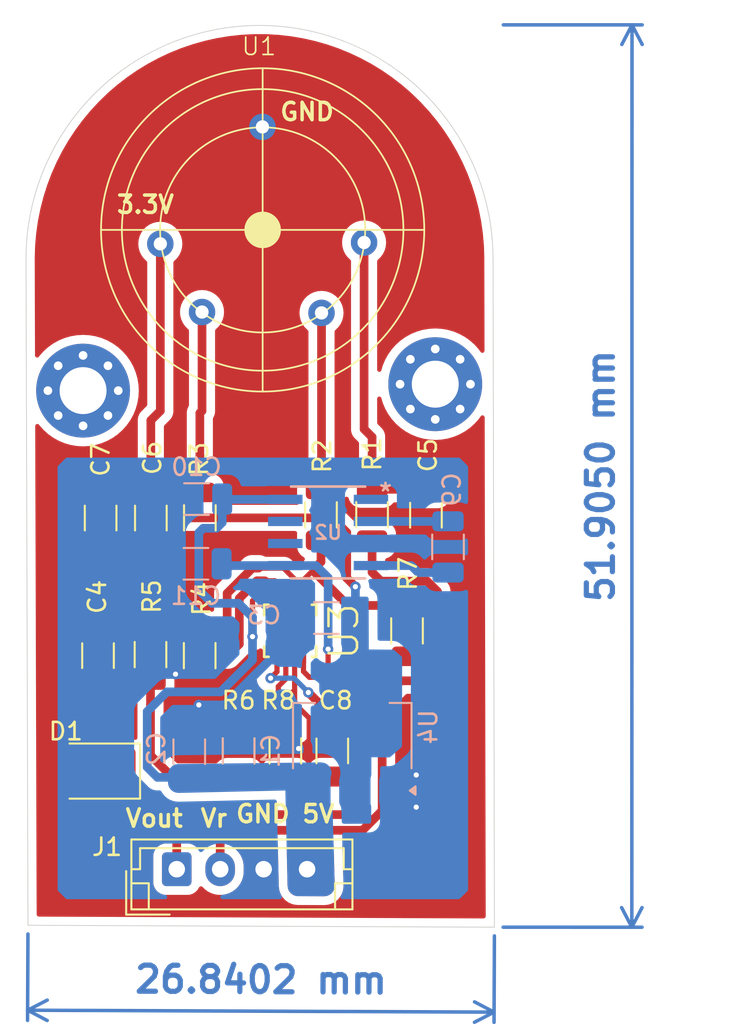
<source format=kicad_pcb>
(kicad_pcb (version 20240108) (generator "pcbnew") (generator_version "8.0")
  (title_block (title "infrared_pcb") (date "2025-01-10"))
  (layers (0 "F.Cu" signal) (31 "B.Cu" signal) (34 "B.Paste" user) (35 "F.Paste" user) (36 "B.SilkS" user "B.Silkscreen") (37 "F.SilkS" user "F.Silkscreen") (38 "B.Mask" user) (39 "F.Mask" user) (44 "Edge.Cuts" user))
  (net 0 "")
  (net 1 "GND")
  (net 2 "+5V")
  (net 3 "+3.3V")
  (net 4 "Net-(U3--IN_B)")
  (net 5 "Net-(U3-OUT_B)")
  (net 6 "Net-(U1-Vr)")
  (net 7 "Vout")
  (net 8 "Net-(C8-Pad1)")
  (net 9 "Net-(U2-CAP-)")
  (net 10 "Net-(U2-CAP+)")
  (net 11 "-5V")
  (net 12 "Vr")
  (net 13 "OUT1")
  (net 14 "Net-(U1-OUT1)")
  (net 15 "Net-(U1-For_R)")
  (net 16 "Net-(U3--IN_A)")
  (footprint "Connector_JST:JST_EH_B4B-EH-A_1x04_P2.50mm_Vertical" (layer "F.Cu") (at 98.55 136.2)
    (property "Reference" "J1" (at -4.01 -1.28 0) (layer "F.SilkS"))
    (property "Value" "Conn_01x04" (hide yes))
    (fp_line (start -2.91 0.11) (end -2.91 2.61) (stroke (width 0.12)) (layer "F.SilkS"))
    (fp_line (start -2.91 2.61) (end -0.41 2.61) (stroke (width 0.12)) (layer "F.SilkS"))
    (fp_line (start -2.61 -1.71) (end -2.61 2.31) (stroke (width 0.12)) (layer "F.SilkS"))
    (fp_line (start -2.61 0) (end -2.11 0) (stroke (width 0.12)) (layer "F.SilkS"))
    (fp_line (start -2.61 0.81) (end -1.61 0.81) (stroke (width 0.12)) (layer "F.SilkS"))
    (fp_line (start -2.61 2.31) (end 10.11 2.31) (stroke (width 0.12)) (layer "F.SilkS"))
    (fp_line (start -2.11 -1.21) (end 9.61 -1.21) (stroke (width 0.12)) (layer "F.SilkS"))
    (fp_line (start -2.11 0) (end -2.11 -1.21) (stroke (width 0.12)) (layer "F.SilkS"))
    (fp_line (start -1.61 0.81) (end -1.61 2.31) (stroke (width 0.12)) (layer "F.SilkS"))
    (fp_line (start 9.11 0.81) (end 9.11 2.31) (stroke (width 0.12)) (layer "F.SilkS"))
    (fp_line (start 9.61 -1.21) (end 9.61 0) (stroke (width 0.12)) (layer "F.SilkS"))
    (fp_line (start 9.61 0) (end 10.11 0) (stroke (width 0.12)) (layer "F.SilkS"))
    (fp_line (start 10.11 -1.71) (end -2.61 -1.71) (stroke (width 0.12)) (layer "F.SilkS"))
    (fp_line (start 10.11 0.81) (end 9.11 0.81) (stroke (width 0.12)) (layer "F.SilkS"))
    (fp_line (start 10.11 2.31) (end 10.11 -1.71) (stroke (width 0.12)) (layer "F.SilkS"))
    (pad "1" thru_hole roundrect (at 0 0) (size 1.7 1.95) (drill 0.95) (layers "*.Cu" "*.Mask") (roundrect_rratio 0.147059) (net 7 "Vout"))
    (pad "2" thru_hole oval (at 2.5 0) (size 1.7 1.95) (drill 0.95) (layers "*.Cu" "*.Mask") (net 12 "Vr"))
    (pad "3" thru_hole oval (at 5 0) (size 1.7 1.95) (drill 0.95) (layers "*.Cu" "*.Mask") (net 1 "GND"))
    (pad "4" thru_hole oval (at 7.5 0) (size 1.7 1.95) (drill 0.95) (layers "*.Cu" "*.Mask") (net 2 "+5V"))
  )
  (footprint "Capacitor_SMD:C_1206_3216Metric" (layer "F.Cu") (at 94.17 116 -90)
    (property "Reference" "C7" (at -3.36 0 90) (layer "F.SilkS"))
    (property "Value" "2.2nf")
    (fp_line (start -0.711252 0.91) (end 0.711252 0.91) (stroke (width 0.12)) (layer "F.SilkS"))
    (fp_line (start -0.711252 -0.91) (end 0.711252 -0.91) (stroke (width 0.12)) (layer "F.SilkS"))
    (pad "1" smd roundrect (at -1.475 0 270) (size 1.15 1.8) (layers "F.Cu" "F.Paste" "F.Mask") (roundrect_rratio 0.217391) (net 3 "+3.3V"))
    (pad "2" smd roundrect (at 1.475 0 270) (size 1.15 1.8) (layers "F.Cu" "F.Paste" "F.Mask") (roundrect_rratio 0.217391) (net 1 "GND"))
  )
  (footprint "Capacitor_SMD:C_1206_3216Metric" (layer "F.Cu") (at 107.5 129.395 90)
    (property "Reference" "C8" (at 2.903 0.196 0) (layer "F.SilkS"))
    (property "Value" "150pf")
    (fp_line (start -0.711252 -0.91) (end 0.711252 -0.91) (stroke (width 0.12)) (layer "F.SilkS"))
    (fp_line (start -0.711252 0.91) (end 0.711252 0.91) (stroke (width 0.12)) (layer "F.SilkS"))
    (pad "1" smd roundrect (at -1.475 0 90) (size 1.15 1.8) (layers "F.Cu" "F.Paste" "F.Mask") (roundrect_rratio 0.217391) (net 8 "Net-(C8-Pad1)"))
    (pad "2" smd roundrect (at 1.475 0 90) (size 1.15 1.8) (layers "F.Cu" "F.Paste" "F.Mask") (roundrect_rratio 0.217391) (net 7 "Vout"))
  )
  (footprint "Resistor_SMD:R_1206_3216Metric" (layer "F.Cu") (at 99.88 115.9875 90)
    (property "Reference" "R3" (at 3.38 -0.04 -90) (layer "F.SilkS"))
    (property "Value" "200ohm")
    (fp_line (start -0.727064 -0.91) (end 0.727064 -0.91) (stroke (width 0.12)) (layer "F.SilkS"))
    (fp_line (start -0.727064 0.91) (end 0.727064 0.91) (stroke (width 0.12)) (layer "F.SilkS"))
    (pad "1" smd roundrect (at -1.4625 0 90) (size 1.125 1.75) (layers "F.Cu" "F.Paste" "F.Mask") (roundrect_rratio 0.222222) (net 1 "GND"))
    (pad "2" smd roundrect (at 1.4625 0 90) (size 1.125 1.75) (layers "F.Cu" "F.Paste" "F.Mask") (roundrect_rratio 0.222222) (net 15 "Net-(U1-For_R)"))
  )
  (footprint "Resistor_SMD:R_1206_3216Metric" (layer "F.Cu") (at 97.04 123.855 90)
    (property "Reference" "R5" (at 3.34 0.08 -90) (layer "F.SilkS"))
    (property "Value" "1k")
    (fp_line (start -0.727064 -0.91) (end 0.727064 -0.91) (stroke (width 0.12)) (layer "F.SilkS"))
    (fp_line (start -0.727064 0.91) (end 0.727064 0.91) (stroke (width 0.12)) (layer "F.SilkS"))
    (pad "1" smd roundrect (at -1.4625 0 90) (size 1.125 1.75) (layers "F.Cu" "F.Paste" "F.Mask") (roundrect_rratio 0.222222) (net 5 "Net-(U3-OUT_B)"))
    (pad "2" smd roundrect (at 1.4625 0 90) (size 1.125 1.75) (layers "F.Cu" "F.Paste" "F.Mask") (roundrect_rratio 0.222222) (net 4 "Net-(U3--IN_B)"))
  )
  (footprint "Capacitor_SMD:C_1206_3216Metric" (layer "F.Cu") (at 94.02 123.915 90)
    (property "Reference" "C4" (at 3.38 -0.05 -90) (layer "F.SilkS"))
    (property "Value" "56pf")
    (fp_line (start -0.711252 -0.91) (end 0.711252 -0.91) (stroke (width 0.12)) (layer "F.SilkS"))
    (fp_line (start -0.711252 0.91) (end 0.711252 0.91) (stroke (width 0.12)) (layer "F.SilkS"))
    (pad "1" smd roundrect (at -1.475 0 90) (size 1.15 1.8) (layers "F.Cu" "F.Paste" "F.Mask") (roundrect_rratio 0.217391) (net 5 "Net-(U3-OUT_B)"))
    (pad "2" smd roundrect (at 1.475 0 90) (size 1.15 1.8) (layers "F.Cu" "F.Paste" "F.Mask") (roundrect_rratio 0.217391) (net 4 "Net-(U3--IN_B)"))
  )
  (footprint "Resistor_SMD:R_1206_3216Metric" (layer "F.Cu") (at 111.8 122.49 -90)
    (property "Reference" "R7" (at -3.29 -0.05 90) (layer "F.SilkS"))
    (property "Value" "1M")
    (fp_line (start -0.727064 0.91) (end 0.727064 0.91) (stroke (width 0.12)) (layer "F.SilkS"))
    (fp_line (start -0.727064 -0.91) (end 0.727064 -0.91) (stroke (width 0.12)) (layer "F.SilkS"))
    (pad "1" smd roundrect (at -1.4625 0 270) (size 1.125 1.75) (layers "F.Cu" "F.Paste" "F.Mask") (roundrect_rratio 0.222222) (net 13 "OUT1"))
    (pad "2" smd roundrect (at 1.4625 0 270) (size 1.125 1.75) (layers "F.Cu" "F.Paste" "F.Mask") (roundrect_rratio 0.222222) (net 7 "Vout"))
  )
  (footprint "Resistor_SMD:R_1206_3216Metric" (layer "F.Cu") (at 109.79 115.8075 90)
    (property "Reference" "R1" (at 3.485 0.01 -90) (layer "F.SilkS"))
    (property "Value" "1k")
    (fp_line (start -0.727064 -0.91) (end 0.727064 -0.91) (stroke (width 0.12)) (layer "F.SilkS"))
    (fp_line (start -0.727064 0.91) (end 0.727064 0.91) (stroke (width 0.12)) (layer "F.SilkS"))
    (pad "1" smd roundrect (at -1.4625 0 90) (size 1.125 1.75) (layers "F.Cu" "F.Paste" "F.Mask") (roundrect_rratio 0.222222) (net 12 "Vr"))
    (pad "2" smd roundrect (at 1.4625 0 90) (size 1.125 1.75) (layers "F.Cu" "F.Paste" "F.Mask") (roundrect_rratio 0.222222) (net 6 "Net-(U1-Vr)"))
  )
  (footprint "LTC6244HVHDDPBF:DFN300X300X80-9N" (layer "F.Cu") (at 105.08 122.485 90)
    (property "Reference" "U3" (at -0.04 3.09 -90) (layer "F.SilkS") (effects (font (size 1.64 1.64))))
    (property "Value" "LTC6244HVHDDPBF" (hide yes))
    (fp_line (start 1.4986 -1.4986) (end 0.889 -1.4986) (stroke (width 0.1524)) (layer "F.SilkS"))
    (fp_line (start -0.889 -1.4986) (end -1.4986 -1.4986) (stroke (width 0.1524)) (layer "F.SilkS"))
    (fp_line (start -1.4986 -1.4986) (end -1.4986 -1.2446) (stroke (width 0.1524)) (layer "F.SilkS"))
    (fp_line (start 1.4986 -1.2446) (end 1.4986 -1.4986) (stroke (width 0.1524)) (layer "F.SilkS"))
    (fp_line (start -1.4986 1.2446) (end -1.4986 1.4986) (stroke (width 0.1524)) (layer "F.SilkS"))
    (fp_line (start 1.4986 1.4986) (end 1.4986 1.2446) (stroke (width 0.1524)) (layer "F.SilkS"))
    (fp_line (start 0.889 1.4986) (end 1.4986 1.4986) (stroke (width 0.1524)) (layer "F.SilkS"))
    (fp_line (start -1.4986 1.4986) (end -0.889 1.4986) (stroke (width 0.1524)) (layer "F.SilkS"))
    (pad "1" smd rect (at -1.4732 -0.762 90) (size 0.7874 0.3048) (layers "F.Cu" "F.Paste" "F.Mask") (net 7 "Vout"))
    (pad "2" smd rect (at -1.4732 -0.254 90) (size 0.7874 0.3048) (layers "F.Cu" "F.Paste" "F.Mask") (net 16 "Net-(U3--IN_A)"))
    (pad "3" smd rect (at -1.4732 0.254 90) (size 0.7874 0.3048) (layers "F.Cu" "F.Paste" "F.Mask") (net 1 "GND"))
    (pad "4" smd rect (at -1.4732 0.762 90) (size 0.7874 0.3048) (layers "F.Cu" "F.Paste" "F.Mask") (net 11 "-5V"))
    (pad "5" smd rect (at 1.4732 0.762 90) (size 0.7874 0.3048) (layers "F.Cu" "F.Paste" "F.Mask") (net 13 "OUT1"))
    (pad "6" smd rect (at 1.4732 0.254 90) (size 0.7874 0.3048) (layers "F.Cu" "F.Paste" "F.Mask") (net 4 "Net-(U3--IN_B)"))
    (pad "7" smd rect (at 1.4732 -0.254 90) (size 0.7874 0.3048) (layers "F.Cu" "F.Paste" "F.Mask") (net 5 "Net-(U3-OUT_B)"))
    (pad "8" smd rect (at 1.4732 -0.762 90) (size 0.7874 0.3048) (layers "F.Cu" "F.Paste" "F.Mask") (net 2 "+5V"))
    (pad "9" smd rect (at 0 0 90) (size 1.5494 2.3876) (layers "F.Cu" "F.Paste" "F.Mask"))
  )
  (footprint "Capacitor_SMD:C_1206_3216Metric" (layer "F.Cu") (at 112.89 115.835 90)
    (property "Reference" "C5" (at 3.45 0.11 -90) (layer "F.SilkS"))
    (property "Value" "0.047uf")
    (fp_line (start -0.711252 -0.91) (end 0.711252 -0.91) (stroke (width 0.12)) (layer "F.SilkS"))
    (fp_line (start -0.711252 0.91) (end 0.711252 0.91) (stroke (width 0.12)) (layer "F.SilkS"))
    (pad "1" smd roundrect (at -1.475 0 90) (size 1.15 1.8) (layers "F.Cu" "F.Paste" "F.Mask") (roundrect_rratio 0.217391) (net 1 "GND"))
    (pad "2" smd roundrect (at 1.475 0 90) (size 1.15 1.8) (layers "F.Cu" "F.Paste" "F.Mask") (roundrect_rratio 0.217391) (net 6 "Net-(U1-Vr)"))
  )
  (footprint "Resistor_SMD:R_1206_3216Metric" (layer "F.Cu") (at 99.87 123.915 -90)
    (property "Reference" "R4" (at -3.27 -0.12 90) (layer "F.SilkS"))
    (property "Value" "499ohm")
    (fp_line (start -0.727064 0.91) (end 0.727064 0.91) (stroke (width 0.12)) (layer "F.SilkS"))
    (fp_line (start -0.727064 -0.91) (end 0.727064 -0.91) (stroke (width 0.12)) (layer "F.SilkS"))
    (pad "1" smd roundrect (at -1.4625 0 270) (size 1.125 1.75) (layers "F.Cu" "F.Paste" "F.Mask") (roundrect_rratio 0.222222) (net 4 "Net-(U3--IN_B)"))
    (pad "2" smd roundrect (at 1.4625 0 270) (size 1.125 1.75) (layers "F.Cu" "F.Paste" "F.Mask") (roundrect_rratio 0.222222) (net 1 "GND"))
  )
  (footprint "MountingHole:MountingHole_2.7mm_M2.5_Pad_Via" (layer "F.Cu") (at 93.16 108.67)
    (property "Reference" "H1" (hide yes))
    (property "Value" "MountingHole" (hide yes))
    (pad "1" thru_hole circle (at -2.025 0) (size 0.8 0.8) (drill 0.5) (layers "*.Cu" "*.Mask"))
    (pad "1" thru_hole circle (at -1.431891 -1.431891) (size 0.8 0.8) (drill 0.5) (layers "*.Cu" "*.Mask"))
    (pad "1" thru_hole circle (at -1.431891 1.431891) (size 0.8 0.8) (drill 0.5) (layers "*.Cu" "*.Mask"))
    (pad "1" thru_hole circle (at 0 -2.025) (size 0.8 0.8) (drill 0.5) (layers "*.Cu" "*.Mask"))
    (pad "1" thru_hole circle (at 0 0) (size 5.4 5.4) (drill 2.7) (layers "*.Cu" "*.Mask"))
    (pad "1" thru_hole circle (at 0 2.025) (size 0.8 0.8) (drill 0.5) (layers "*.Cu" "*.Mask"))
    (pad "1" thru_hole circle (at 1.431891 -1.431891) (size 0.8 0.8) (drill 0.5) (layers "*.Cu" "*.Mask"))
    (pad "1" thru_hole circle (at 1.431891 1.431891) (size 0.8 0.8) (drill 0.5) (layers "*.Cu" "*.Mask"))
    (pad "1" thru_hole circle (at 2.025 0) (size 0.8 0.8) (drill 0.5) (layers "*.Cu" "*.Mask"))
  )
  (footprint "Diode_SMD:D_1210_3225Metric_Pad1.42x2.65mm_HandSolder" (layer "F.Cu") (at 93.98 130.556 180)
    (property "Reference" "D1" (at 1.8145 2.286 180) (layer "F.SilkS"))
    (property "Value" "D_TVS")
    (fp_line (start 1.6 -1.585) (end -2.46 -1.585) (stroke (width 0.12)) (layer "F.SilkS"))
    (fp_line (start -2.46 1.585) (end 1.6 1.585) (stroke (width 0.12)) (layer "F.SilkS"))
    (fp_line (start -2.46 -1.585) (end -2.46 1.585) (stroke (width 0.12)) (layer "F.SilkS"))
    (pad "1" smd roundrect (at -1.4875 0 180) (size 1.425 2.65) (layers "F.Cu" "F.Paste" "F.Mask") (roundrect_rratio 0.175439) (net 7 "Vout"))
    (pad "2" smd roundrect (at 1.4875 0 180) (size 1.425 2.65) (layers "F.Cu" "F.Paste" "F.Mask") (roundrect_rratio 0.175439) (net 1 "GND"))
  )
  (footprint "Capacitor_SMD:C_1206_3216Metric" (layer "F.Cu") (at 97.06 116 -90)
    (property "Reference" "C6" (at -3.46 -0.09 90) (layer "F.SilkS"))
    (property "Value" "0.1uf")
    (fp_line (start -0.711252 0.91) (end 0.711252 0.91) (stroke (width 0.12)) (layer "F.SilkS"))
    (fp_line (start -0.711252 -0.91) (end 0.711252 -0.91) (stroke (width 0.12)) (layer "F.SilkS"))
    (pad "1" smd roundrect (at -1.475 0 270) (size 1.15 1.8) (layers "F.Cu" "F.Paste" "F.Mask") (roundrect_rratio 0.217391) (net 3 "+3.3V"))
    (pad "2" smd roundrect (at 1.475 0 270) (size 1.15 1.8) (layers "F.Cu" "F.Paste" "F.Mask") (roundrect_rratio 0.217391) (net 1 "GND"))
  )
  (footprint "Resistor_SMD:R_1206_3216Metric" (layer "F.Cu") (at 102.11 129.3975 90)
    (property "Reference" "R6" (at 2.9055 -0.002 0) (layer "F.SilkS"))
    (property "Value" "1k")
    (fp_line (start -0.727064 -0.91) (end 0.727064 -0.91) (stroke (width 0.12)) (layer "F.SilkS"))
    (fp_line (start -0.727064 0.91) (end 0.727064 0.91) (stroke (width 0.12)) (layer "F.SilkS"))
    (pad "1" smd roundrect (at -1.4625 0 90) (size 1.125 1.75) (layers "F.Cu" "F.Paste" "F.Mask") (roundrect_rratio 0.222222) (net 5 "Net-(U3-OUT_B)"))
    (pad "2" smd roundrect (at 1.4625 0 90) (size 1.125 1.75) (layers "F.Cu" "F.Paste" "F.Mask") (roundrect_rratio 0.222222) (net 16 "Net-(U3--IN_A)"))
  )
  (footprint "infrared:infrared_by_AG" (layer "F.Cu") (at 103.28 89.375)
    (property "Reference" "U1" (at 0 -0.5 0) (layer "F.SilkS") (effects (font (thickness 0.1))))
    (property "Value" "infrared")
    (fp_line (start -9.086654 10.05) (end 9.513346 10.05) (stroke (width 0.1)) (layer "F.SilkS"))
    (fp_line (start 0.213346 0.75) (end 0.213346 19.35) (stroke (width 0.1)) (layer "F.SilkS"))
    (fp_circle (center 0.213346 10.05) (end 1.213346 10.05) (stroke (width 0.1)) (fill solid) (layer "F.SilkS"))
    (fp_circle (center 0.213346 10.05) (end 6.113346 10.05) (stroke (width 0.1)) (fill none) (layer "F.SilkS"))
    (fp_circle (center 0.213346 10.05) (end 8.313346 10.05) (stroke (width 0.1)) (fill none) (layer "F.SilkS"))
    (fp_circle (center 0.213346 10.05) (end 9.513346 10.05) (stroke (width 0.1)) (fill none) (layer "F.SilkS"))
    (pad "1" thru_hole circle (at 6.05 10.775) (size 1.524 1.524) (drill 0.762) (layers "*.Cu" "*.Mask") (net 6 "Net-(U1-Vr)"))
    (pad "2" thru_hole circle (at 3.6 14.825) (size 1.524 1.524) (drill 0.762) (layers "*.Cu" "*.Mask") (net 14 "Net-(U1-OUT1)"))
    (pad "3" thru_hole circle (at -3.275 14.775) (size 1.524 1.524) (drill 0.762) (layers "*.Cu" "*.Mask") (net 15 "Net-(U1-For_R)"))
    (pad "4" thru_hole circle (at -5.675 10.85) (size 1.524 1.524) (drill 0.762) (layers "*.Cu" "*.Mask") (net 3 "+3.3V"))
    (pad "5" thru_hole circle (at 0.2 4.125) (size 1.524 1.524) (drill 0.762) (layers "*.Cu" "*.Mask") (net 1 "GND"))
  )
  (footprint "MountingHole:MountingHole_2.7mm_M2.5_Pad_Via" (layer "F.Cu") (at 113.425 108.3)
    (property "Reference" "H2" (hide yes))
    (property "Value" "MountingHole" (hide yes))
    (pad "1" thru_hole circle (at -2.025 0) (size 0.8 0.8) (drill 0.5) (layers "*.Cu" "*.Mask"))
    (pad "1" thru_hole circle (at -1.431891 -1.431891) (size 0.8 0.8) (drill 0.5) (layers "*.Cu" "*.Mask"))
    (pad "1" thru_hole circle (at -1.431891 1.431891) (size 0.8 0.8) (drill 0.5) (layers "*.Cu" "*.Mask"))
    (pad "1" thru_hole circle (at 0 -2.025) (size 0.8 0.8) (drill 0.5) (layers "*.Cu" "*.Mask"))
    (pad "1" thru_hole circle (at 0 0) (size 5.4 5.4) (drill 2.7) (layers "*.Cu" "*.Mask"))
    (pad "1" thru_hole circle (at 0 2.025) (size 0.8 0.8) (drill 0.5) (layers "*.Cu" "*.Mask"))
    (pad "1" thru_hole circle (at 1.431891 -1.431891) (size 0.8 0.8) (drill 0.5) (layers "*.Cu" "*.Mask"))
    (pad "1" thru_hole circle (at 1.431891 1.431891) (size 0.8 0.8) (drill 0.5) (layers "*.Cu" "*.Mask"))
    (pad "1" thru_hole circle (at 2.025 0) (size 0.8 0.8) (drill 0.5) (layers "*.Cu" "*.Mask"))
  )
  (footprint "Resistor_SMD:R_1206_3216Metric" (layer "F.Cu") (at 106.85 115.8175 90)
    (property "Reference" "R2" (at 3.38 0.07 -90) (layer "F.SilkS"))
    (property "Value" "200ohm")
    (fp_line (start -0.727064 -0.91) (end 0.727064 -0.91) (stroke (width 0.12)) (layer "F.SilkS"))
    (fp_line (start -0.727064 0.91) (end 0.727064 0.91) (stroke (width 0.12)) (layer "F.SilkS"))
    (pad "1" smd roundrect (at -1.4625 0 90) (size 1.125 1.75) (layers "F.Cu" "F.Paste" "F.Mask") (roundrect_rratio 0.222222) (net 13 "OUT1"))
    (pad "2" smd roundrect (at 1.4625 0 90) (size 1.125 1.75) (layers "F.Cu" "F.Paste" "F.Mask") (roundrect_rratio 0.222222) (net 14 "Net-(U1-OUT1)"))
  )
  (footprint "Resistor_SMD:R_1206_3216Metric" (layer "F.Cu") (at 104.8 129.3925 -90)
    (property "Reference" "R8" (at -2.9005 0.406 180) (layer "F.SilkS"))
    (property "Value" "6.98k" (hide yes))
    (fp_line (start -0.727064 0.91) (end 0.727064 0.91) (stroke (width 0.12)) (layer "F.SilkS"))
    (fp_line (start -0.727064 -0.91) (end 0.727064 -0.91) (stroke (width 0.12)) (layer "F.SilkS"))
    (pad "1" smd roundrect (at -1.4625 0 270) (size 1.125 1.75) (layers "F.Cu" "F.Paste" "F.Mask") (roundrect_rratio 0.222222) (net 16 "Net-(U3--IN_A)"))
    (pad "2" smd roundrect (at 1.4625 0 270) (size 1.125 1.75) (layers "F.Cu" "F.Paste" "F.Mask") (roundrect_rratio 0.222222) (net 8 "Net-(C8-Pad1)"))
  )
  (footprint "LT1054IS8:SO-8_S" (layer "B.Cu") (at 107.26 116.83 180)
    (property "Reference" "U2" (at 0 0 180) (layer "B.SilkS") (effects (font (size 0.787402 0.787402)) (justify mirror)))
    (property "Value" "LT1054IS8")
    (fp_line (start 2.1336 -2.6416) (end -2.1336 -2.6416) (stroke (width 0.1524)) (layer "B.SilkS"))
    (fp_line (start -2.1336 2.6416) (end 2.1336 2.6416) (stroke (width 0.1524)) (layer "B.SilkS"))
    (fp_text user "*" (at -3.302 2.3114 180) (layer "B.SilkS") (effects (justify mirror)))
    (pad "1" smd rect (at -2.4638 1.905 180) (size 1.9812 0.5334) (layers "B.Cu" "B.Paste" "B.Mask"))
    (pad "2" smd rect (at -2.4638 0.635 180) (size 1.9812 0.5334) (layers "B.Cu" "B.Paste" "B.Mask") (net 10 "Net-(U2-CAP+)"))
    (pad "3" smd rect (at -2.4638 -0.635 180) (size 1.9812 0.5334) (layers "B.Cu" "B.Paste" "B.Mask") (net 1 "GND"))
    (pad "4" smd rect (at -2.4638 -1.905 180) (size 1.9812 0.5334) (layers "B.Cu" "B.Paste" "B.Mask") (net 9 "Net-(U2-CAP-)"))
    (pad "5" smd rect (at 2.4638 -1.905 180) (size 1.9812 0.5334) (layers "B.Cu" "B.Paste" "B.Mask") (net 11 "-5V"))
    (pad "6" smd rect (at 2.4638 -0.635 180) (size 1.9812 0.5334) (layers "B.Cu" "B.Paste" "B.Mask"))
    (pad "7" smd rect (at 2.4638 0.635 180) (size 1.9812 0.5334) (layers "B.Cu" "B.Paste" "B.Mask"))
    (pad "8" smd rect (at 2.4638 1.905 180) (size 1.9812 0.5334) (layers "B.Cu" "B.Paste" "B.Mask") (net 2 "+5V"))
  )
  (footprint "Capacitor_SMD:C_1206_3216Metric" (layer "B.Cu") (at 99.27 129.44 90)
    (property "Reference" "C2" (at 0.16 -1.89 -90) (layer "B.SilkS") (effects (justify mirror)))
    (property "Value" "1uf")
    (fp_line (start 0.711252 -0.91) (end -0.711252 -0.91) (stroke (width 0.12)) (layer "B.SilkS"))
    (fp_line (start 0.711252 0.91) (end -0.711252 0.91) (stroke (width 0.12)) (layer "B.SilkS"))
    (pad "1" smd roundrect (at -1.475 0 90) (size 1.15 1.8) (layers "B.Cu" "B.Paste" "B.Mask") (roundrect_rratio 0.217391) (net 2 "+5V"))
    (pad "2" smd roundrect (at 1.475 0 90) (size 1.15 1.8) (layers "B.Cu" "B.Paste" "B.Mask") (roundrect_rratio 0.217391) (net 1 "GND"))
  )
  (footprint "Capacitor_SMD:C_1206_3216Metric" (layer "B.Cu") (at 99.655 118.63)
    (property "Reference" "C11" (at 0 1.85 0) (layer "B.SilkS") (effects (justify mirror)))
    (property "Value" "100uf")
    (fp_line (start 0.711252 -0.91) (end -0.711252 -0.91) (stroke (width 0.12)) (layer "B.SilkS"))
    (fp_line (start 0.711252 0.91) (end -0.711252 0.91) (stroke (width 0.12)) (layer "B.SilkS"))
    (pad "1" smd roundrect (at -1.475 0) (size 1.15 1.8) (layers "B.Cu" "B.Paste" "B.Mask") (roundrect_rratio 0.217391) (net 1 "GND"))
    (pad "2" smd roundrect (at 1.475 0) (size 1.15 1.8) (layers "B.Cu" "B.Paste" "B.Mask") (roundrect_rratio 0.217391) (net 11 "-5V"))
  )
  (footprint "Capacitor_SMD:C_1206_3216Metric" (layer "B.Cu") (at 102.11 129.3975 90)
    (property "Reference" "C1" (at 0 1.85 -90) (layer "B.SilkS") (effects (justify mirror)))
    (property "Value" "100nf")
    (fp_line (start 0.711252 -0.91) (end -0.711252 -0.91) (stroke (width 0.12)) (layer "B.SilkS"))
    (fp_line (start 0.711252 0.91) (end -0.711252 0.91) (stroke (width 0.12)) (layer "B.SilkS"))
    (pad "1" smd roundrect (at -1.475 0 90) (size 1.15 1.8) (layers "B.Cu" "B.Paste" "B.Mask") (roundrect_rratio 0.217391) (net 2 "+5V"))
    (pad "2" smd roundrect (at 1.475 0 90) (size 1.15 1.8) (layers "B.Cu" "B.Paste" "B.Mask") (roundrect_rratio 0.217391) (net 1 "GND"))
  )
  (footprint "Capacitor_SMD:C_1206_3216Metric" (layer "B.Cu") (at 114.16 117.66 -90)
    (property "Reference" "C9" (at -3.3 -0.22 90) (layer "B.SilkS") (effects (justify mirror)))
    (property "Value" "100uf")
    (fp_line (start 0.711252 0.91) (end -0.711252 0.91) (stroke (width 0.12)) (layer "B.SilkS"))
    (fp_line (start 0.711252 -0.91) (end -0.711252 -0.91) (stroke (width 0.12)) (layer "B.SilkS"))
    (pad "1" smd roundrect (at -1.475 0 270) (size 1.15 1.8) (layers "B.Cu" "B.Paste" "B.Mask") (roundrect_rratio 0.217391) (net 10 "Net-(U2-CAP+)"))
    (pad "2" smd roundrect (at 1.475 0 270) (size 1.15 1.8) (layers "B.Cu" "B.Paste" "B.Mask") (roundrect_rratio 0.217391) (net 9 "Net-(U2-CAP-)"))
  )
  (footprint "Capacitor_SMD:C_1206_3216Metric" (layer "B.Cu") (at 99.69 114.91 180)
    (property "Reference" "C10" (at 0 1.85 180) (layer "B.SilkS") (effects (justify mirror)))
    (property "Value" "2uf")
    (fp_line (start 0.711252 0.91) (end -0.711252 0.91) (stroke (width 0.12)) (layer "B.SilkS"))
    (fp_line (start 0.711252 -0.91) (end -0.711252 -0.91) (stroke (width 0.12)) (layer "B.SilkS"))
    (pad "1" smd roundrect (at -1.475 0 180) (size 1.15 1.8) (layers "B.Cu" "B.Paste" "B.Mask") (roundrect_rratio 0.217391) (net 2 "+5V"))
    (pad "2" smd roundrect (at 1.475 0 180) (size 1.15 1.8) (layers "B.Cu" "B.Paste" "B.Mask") (roundrect_rratio 0.217391) (net 1 "GND"))
  )
  (footprint "Capacitor_SMD:C_1206_3216Metric" (layer "B.Cu") (at 107.16 121.75 180)
    (property "Reference" "C3" (at 3.5786 0.154 180) (layer "B.SilkS") (effects (justify mirror)))
    (property "Value" "1uf")
    (fp_line (start 0.711252 0.91) (end -0.711252 0.91) (stroke (width 0.12)) (layer "B.SilkS"))
    (fp_line (start 0.711252 -0.91) (end -0.711252 -0.91) (stroke (width 0.12)) (layer "B.SilkS"))
    (pad "1" smd roundrect (at -1.475 0 180) (size 1.15 1.8) (layers "B.Cu" "B.Paste" "B.Mask") (roundrect_rratio 0.217391) (net 3 "+3.3V"))
    (pad "2" smd roundrect (at 1.475 0 180) (size 1.15 1.8) (layers "B.Cu" "B.Paste" "B.Mask") (roundrect_rratio 0.217391) (net 1 "GND"))
  )
  (footprint "Package_TO_SOT_SMD:SOT-223-3_TabPin2" (layer "B.Cu") (at 108.65 128.545 90)
    (property "Reference" "U4" (at 0.529 4.38 -90) (layer "B.SilkS") (effects (justify mirror)))
    (property "Value" "AMS1117-3.3" (hide yes))
    (fp_line (start 1.91 -3.41) (end -1.85 -3.41) (stroke (width 0.12)) (layer "B.SilkS"))
    (fp_line (start 1.91 -2.15) (end 1.91 -3.41) (stroke (width 0.12)) (layer "B.SilkS"))
    (fp_line (start 1.91 2.15) (end 1.91 3.41) (stroke (width 0.12)) (layer "B.SilkS"))
    (fp_line (start 1.91 3.41) (end -1.85 3.41) (stroke (width 0.12)) (layer "B.SilkS"))
    (fp_poly (pts (xy -3.13 3.31) (xy -3.37 3.64) (xy -2.89 3.64) (xy -3.13 3.31)) (stroke (width 0.12)) (fill solid) (layer "B.SilkS"))
    (pad "1" smd roundrect (at -3.15 2.3 90) (size 2 1.5) (layers "B.Cu" "B.Paste" "B.Mask") (net 1 "GND"))
    (pad "2" smd roundrect (at -3.15 0 90) (size 2 1.5) (layers "B.Cu" "B.Paste" "B.Mask") (net 3 "+3.3V"))
    (pad "2" smd roundrect (at 3.15 0 90) (size 2 3.8) (layers "B.Cu" "B.Paste" "B.Mask") (net 3 "+3.3V"))
    (pad "3" smd roundrect (at -3.15 -2.3 90) (size 2 1.5) (layers "B.Cu" "B.Paste" "B.Mask") (net 2 "+5V"))
  )
  (gr_line (start 89.99 139.425) (end 116.83 139.535) (stroke (width 0.05)) (layer "Edge.Cuts"))
  (gr_arc (start 89.876809 101.016483) (mid 103.325105 87.658239) (end 116.749999 101.04) (stroke (width 0.05)) (layer "Edge.Cuts"))
  (gr_line (start 89.876809 101.016483) (end 89.99 139.425) (stroke (width 0.05)) (layer "Edge.Cuts"))
  (gr_line (start 116.83 139.535) (end 116.749999 101.04) (stroke (width 0.05)) (layer "Edge.Cuts"))
  (gr_text "Vr" (at 99.822 133.858 0) (layer "F.SilkS") (effects (font (size 1 1) (thickness 0.2) (bold yes)) (justify left bottom)))
  (gr_text "GND" (at 104.394 93.218 0) (layer "F.SilkS") (effects (font (size 1 1) (thickness 0.2) (bold yes)) (justify left bottom)))
  (gr_text "Vout" (at 95.504 133.858 0) (layer "F.SilkS") (effects (font (size 1 1) (thickness 0.2) (bold yes)) (justify left bottom)))
  (gr_text "5V" (at 105.664 133.604 0) (layer "F.SilkS") (effects (font (size 1 1) (thickness 0.2) (bold yes)) (justify left bottom)))
  (gr_text "GND" (at 101.854 133.604 0) (layer "F.SilkS") (effects (font (size 1 1) (thickness 0.2) (bold yes)) (justify left bottom)))
  (gr_text "3.3V" (at 94.996 98.552 0) (layer "F.SilkS") (effects (font (size 1 1) (thickness 0.2) (bold yes)) (justify left bottom)))
  (dimension (type aligned) (layer "B.Cu") (pts (xy 116.83 139.535) (xy 116.84 87.63)) (height 7.906589) (gr_text "51.9050 mm" (at 122.941589 113.583676 89.98896141) (layer "B.Cu") (effects (font (size 1.5 1.5) (thickness 0.3)))) (format (prefix "") (suffix "") (units 3) (units_format 1) (precision 4)) (style (thickness 0.2) (arrow_length 1.27) (text_position_mode 0) (extension_height 0.58642) (extension_offset 0.5) keep_text_aligned))
  (dimension (type aligned) (layer "B.Cu") (pts (xy 89.99 139.425) (xy 116.83 139.535)) (height 4.885982) (gr_text "26.8402 mm" (at 103.397353 142.565956 359.7651825) (layer "B.Cu") (effects (font (size 1.5 1.5) (thickness 0.3)))) (format (prefix "") (suffix "") (units 3) (units_format 1) (precision 4)) (style (thickness 0.2) (arrow_length 1.27) (text_position_mode 0) (extension_height 0.58642) (extension_offset 0.5) keep_text_aligned))
  (segment (start 105.56 129.26) (end 105.534 129.286) (width 0.3) (layer "F.Cu") (net 1))
  (segment (start 105.918 129.286) (end 105.586 129.286) (width 0.3) (layer "F.Cu") (net 1))
  (segment (start 105.586 129.286) (end 105.56 129.26) (width 0.3) (layer "F.Cu") (net 1))
  (segment (start 105.534 129.286) (end 100.33 129.286) (width 0.3) (layer "F.Cu") (net 1))
  (segment (start 100.33 129.286) (end 100.076 129.032) (width 0.3) (layer "F.Cu") (net 1))
  (segment (start 99.87 126.702) (end 99.822 126.75) (width 0.5) (layer "F.Cu") (net 1))
  (segment (start 99.4725 124.98) (end 99.87 125.3775) (width 0.5) (layer "F.Cu") (net 1))
  (segment (start 100.076 129.032) (end 100.076 127.004) (width 0.3) (layer "F.Cu") (net 1))
  (segment (start 105.334 123.9582) (end 105.334 126.671044) (width 0.3) (layer "F.Cu") (net 1))
  (segment (start 99.87 125.3775) (end 99.87 126.702) (width 0.5) (layer "F.Cu") (net 1))
  (segment (start 100.076 127.004) (end 99.822 126.75) (width 0.3) (layer "F.Cu") (net 1))
  (segment (start 98.48 124.98) (end 99.4725 124.98) (width 0.5) (layer "F.Cu") (net 1))
  (segment (start 106.172 127.509044) (end 106.172 129.032) (width 0.3) (layer "F.Cu") (net 1))
  (segment (start 105.334 126.671044) (end 106.172 127.509044) (width 0.3) (layer "F.Cu") (net 1))
  (segment (start 106.172 129.032) (end 105.918 129.286) (width 0.3) (layer "F.Cu") (net 1))
  (via (at 98.48 124.98) (size 0.6) (drill 0.3) (layers "F.Cu" "B.Cu") (net 1))
  (via (at 99.822 126.75) (size 0.6) (drill 0.3) (layers "F.Cu" "B.Cu") (net 1))
  (via (at 112.33 130.78) (size 0.6) (drill 0.3) (layers "F.Cu" "B.Cu") (net 1))
  (via (at 112.33 132.63) (size 0.6) (drill 0.3) (layers "F.Cu" "B.Cu") (net 1))
  (via (at 105.56 129.26) (size 0.6) (drill 0.3) (layers "F.Cu" "B.Cu") (net 1))
  (segment (start 110.95 131.695) (end 112.005 131.695) (width 0.5) (layer "B.Cu") (net 1))
  (segment (start 101.31595 126.75) (end 99.822 126.75) (width 0.5) (layer "B.Cu") (net 1))
  (segment (start 104.14 122.38095) (end 104.14 123.92595) (width 0.5) (layer "B.Cu") (net 1))
  (segment (start 104.14 123.92595) (end 101.31595 126.75) (width 0.5) (layer "B.Cu") (net 1))
  (segment (start 112.005 131.695) (end 112.33 131.37) (width 0.5) (layer "B.Cu") (net 1))
  (segment (start 112.33 131.37) (end 112.33 130.78) (width 0.5) (layer "B.Cu") (net 1))
  (segment (start 104.77095 121.75) (end 104.14 122.38095) (width 0.5) (layer "B.Cu") (net 1))
  (segment (start 105.685 121.75) (end 104.77095 121.75) (width 0.5) (layer "B.Cu") (net 1))
  (segment (start 104.116447 120.233553) (end 104.112894 120.23) (width 0.3) (layer "F.Cu") (net 2))
  (segment (start 102.91 120.76) (end 102.91 122.82) (width 0.3) (layer "F.Cu") (net 2))
  (segment (start 103.24 120.43) (end 102.91 120.76) (width 0.3) (layer "F.Cu") (net 2))
  (segment (start 104.112894 120.23) (end 103.66 120.23) (width 0.3) (layer "F.Cu") (net 2))
  (segment (start 103.66 120.23) (end 103.44 120.23) (width 0.3) (layer "F.Cu") (net 2))
  (segment (start 103.44 120.23) (end 103.24 120.43) (width 0.3) (layer "F.Cu") (net 2))
  (segment (start 104.318 120.435106) (end 104.116447 120.233553) (width 0.3) (layer "F.Cu") (net 2))
  (segment (start 104.318 121.0118) (end 104.318 120.435106) (width 0.3) (layer "F.Cu") (net 2))
  (via (at 102.91 122.82) (size 0.6) (drill 0.3) (layers "F.Cu" "B.Cu") (net 2))
  (segment (start 102.108 120.904) (end 102.91 121.706) (width 0.5) (layer "B.Cu") (net 2))
  (segment (start 97.98 126) (end 101.076 126) (width 0.5) (layer "B.Cu") (net 2))
  (segment (start 101.165 116.259) (end 100.838 116.586) (width 0.5) (layer "B.Cu") (net 2))
  (segment (start 100.584 120.904) (end 102.108 120.904) (width 0.5) (layer "B.Cu") (net 2))
  (segment (start 100.076 116.586) (end 99.822 116.84) (width 0.5) (layer "B.Cu") (net 2))
  (segment (start 105.57 130.915) (end 106.35 131.695) (width 0.5) (layer "B.Cu") (net 2))
  (segment (start 102.91 124.166) (end 102.91 122.82) (width 0.5) (layer "B.Cu") (net 2))
  (segment (start 99.27 130.915) (end 105.57 130.915) (width 0.5) (layer "B.Cu") (net 2))
  (segment (start 99.27 130.915) (end 97.435 130.915) (width 0.5) (layer "B.Cu") (net 2))
  (segment (start 100.838 116.586) (end 100.076 116.586) (width 0.5) (layer "B.Cu") (net 2))
  (segment (start 99.822 120.142) (end 100.584 120.904) (width 0.5) (layer "B.Cu") (net 2))
  (segment (start 104.7962 114.925) (end 101.18 114.925) (width 0.5) (layer "B.Cu") (net 2))
  (segment (start 101.076 126) (end 102.91 124.166) (width 0.5) (layer "B.Cu") (net 2))
  (segment (start 96.85 130.33) (end 96.85 127.13) (width 0.5) (layer "B.Cu") (net 2))
  (segment (start 99.822 116.84) (end 99.822 120.142) (width 0.5) (layer "B.Cu") (net 2))
  (segment (start 97.435 130.915) (end 96.85 130.33) (width 0.5) (layer "B.Cu") (net 2))
  (segment (start 101.18 114.925) (end 101.165 114.91) (width 0.5) (layer "B.Cu") (net 2))
  (segment (start 101.165 114.91) (end 101.165 116.259) (width 0.5) (layer "B.Cu") (net 2))
  (segment (start 96.85 127.13) (end 97.98 126) (width 0.5) (layer "B.Cu") (net 2))
  (segment (start 102.91 121.706) (end 102.91 122.82) (width 0.5) (layer "B.Cu") (net 2))
  (segment (start 97.605 100.225) (end 97.605 109.835) (width 0.5) (layer "F.Cu") (net 3))
  (segment (start 98.525 115.99) (end 97.06 114.525) (width 0.5) (layer "F.Cu") (net 3))
  (segment (start 107.494378 115.99) (end 98.525 115.99) (width 0.5) (layer "F.Cu") (net 3))
  (segment (start 97.605 109.835) (end 97.06 110.38) (width 0.5) (layer "F.Cu") (net 3))
  (segment (start 108.83 119.95) (end 108.33 119.45) (width 0.5) (layer "F.Cu") (net 3))
  (segment (start 108.33 116.825622) (end 107.494378 115.99) (width 0.5) (layer "F.Cu") (net 3))
  (segment (start 97.06 110.38) (end 97.06 114.525) (width 0.5) (layer "F.Cu") (net 3))
  (segment (start 97.06 114.525) (end 94.17 114.525) (width 0.5) (layer "F.Cu") (net 3))
  (segment (start 108.33 119.45) (end 108.33 116.825622) (width 0.5) (layer "F.Cu") (net 3))
  (via (at 108.83 119.95) (size 0.6) (drill 0.3) (layers "F.Cu" "B.Cu") (net 3))
  (segment (start 108.83 119.95) (end 108.83 121.555) (width 0.5) (layer "B.Cu") (net 3))
  (segment (start 108.83 121.555) (end 108.635 121.75) (width 0.5) (layer "B.Cu") (net 3))
  (segment (start 101.45 122.17) (end 101.1675 122.4525) (width 0.5) (layer "F.Cu") (net 4))
  (segment (start 101.45 120.33005) (end 101.45 122.17) (width 0.5) (layer "F.Cu") (net 4))
  (segment (start 103.26 118.88) (end 104.7 118.88) (width 0.3) (layer "F.Cu") (net 4))
  (segment (start 104.7 118.88) (end 105.334 119.514) (width 0.3) (layer "F.Cu") (net 4))
  (segment (start 105.334 119.514) (end 105.334 121.0118) (width 0.3) (layer "F.Cu") (net 4))
  (segment (start 102.90005 118.88) (end 101.45 120.33005) (width 0.5) (layer "F.Cu") (net 4))
  (segment (start 101.1675 122.4525) (end 99.87 122.4525) (width 0.5) (layer "F.Cu") (net 4))
  (segment (start 94.02 122.44) (end 99.8575 122.44) (width 0.5) (layer "F.Cu") (net 4))
  (segment (start 103.26 118.88) (end 102.90005 118.88) (width 0.5) (layer "F.Cu") (net 4))
  (segment (start 99.8575 122.44) (end 99.87 122.4525) (width 0.5) (layer "F.Cu") (net 4))
  (segment (start 102.11 130.86) (end 98.25 130.86) (width 0.5) (layer "F.Cu") (net 5))
  (segment (start 104.2 119.61) (end 104.826 120.236) (width 0.3) (layer "F.Cu") (net 5))
  (segment (start 101.48 123.92) (end 98.4375 123.92) (width 0.5) (layer "F.Cu") (net 5))
  (segment (start 102.15 120.62) (end 102.15 123.25) (width 0.5) (layer "F.Cu") (net 5))
  (segment (start 98.25 130.86) (end 97.04 129.65) (width 0.5) (layer "F.Cu") (net 5))
  (segment (start 103.62 119.61) (end 104.2 119.61) (width 0.3) (layer "F.Cu") (net 5))
  (segment (start 104.826 120.236) (end 104.826 121.0118) (width 0.3) (layer "F.Cu") (net 5))
  (segment (start 98.4375 123.92) (end 97.04 125.3175) (width 0.5) (layer "F.Cu") (net 5))
  (segment (start 102.15 123.25) (end 101.48 123.92) (width 0.5) (layer "F.Cu") (net 5))
  (segment (start 103.62 119.61) (end 103.16 119.61) (width 0.5) (layer "F.Cu") (net 5))
  (segment (start 94.02 125.39) (end 96.9675 125.39) (width 0.5) (layer "F.Cu") (net 5))
  (segment (start 103.16 119.61) (end 102.15 120.62) (width 0.5) (layer "F.Cu") (net 5))
  (segment (start 97.04 129.65) (end 97.04 125.3175) (width 0.5) (layer "F.Cu") (net 5))
  (segment (start 96.9675 125.39) (end 97.04 125.3175) (width 0.5) (layer "F.Cu") (net 5))
  (segment (start 109.33 100.15) (end 109.33 110.88) (width 0.5) (layer "F.Cu") (net 6))
  (segment (start 109.79 111.34) (end 109.79 114.345) (width 0.5) (layer "F.Cu") (net 6))
  (segment (start 109.33 110.88) (end 109.79 111.34) (width 0.5) (layer "F.Cu") (net 6))
  (segment (start 109.79 114.345) (end 112.875 114.345) (width 0.5) (layer "F.Cu") (net 6))
  (segment (start 112.875 114.345) (end 112.89 114.36) (width 0.5) (layer "F.Cu") (net 6))
  (segment (start 107.5 127.92) (end 108.97 127.92) (width 0.5) (layer "F.Cu") (net 7))
  (segment (start 96.012 132.842) (end 95.4675 132.2975) (width 0.5) (layer "F.Cu") (net 7))
  (segment (start 98.55 133.6) (end 98.55 136.2) (width 0.5) (layer "F.Cu") (net 7))
  (segment (start 106.123 126.033) (end 106.96 126.87) (width 0.5) (layer "F.Cu") (net 7))
  (segment (start 104.318 124.842) (end 103.95 125.21) (width 0.3) (layer "F.Cu") (net 7))
  (segment (start 109.33 132.48) (end 108.75 133.06) (width 0.5) (layer "F.Cu") (net 7))
  (segment (start 95.4675 132.2975) (end 95.4675 130.556) (width 0.5) (layer "F.Cu") (net 7))
  (segment (start 98.803 133.347) (end 98.55 133.6) (width 0.5) (layer "F.Cu") (net 7))
  (segment (start 107.5 127.06) (end 107.31 126.87) (width 0.5) (layer "F.Cu") (net 7))
  (segment (start 108.7575 123.9525) (end 108.2 124.51) (width 0.5) (layer "F.Cu") (net 7))
  (segment (start 108.2 124.51) (end 108.2 125.98) (width 0.5) (layer "F.Cu") (net 7))
  (segment (start 106.96 126.87) (end 107.31 126.87) (width 0.5) (layer "F.Cu") (net 7))
  (segment (start 104.318 123.9582) (end 104.318 124.842) (width 0.3) (layer "F.Cu") (net 7))
  (segment (start 108.97 127.92) (end 109.33 128.28) (width 0.5) (layer "F.Cu") (net 7))
  (segment (start 98.298 132.842) (end 96.012 132.842) (width 0.5) (layer "F.Cu") (net 7))
  (segment (start 98.803 133.347) (end 98.298 132.842) (width 0.5) (layer "F.Cu") (net 7))
  (segment (start 111.8 123.9525) (end 108.7575 123.9525) (width 0.5) (layer "F.Cu") (net 7))
  (segment (start 109.33 128.28) (end 109.33 132.48) (width 0.5) (layer "F.Cu") (net 7))
  (segment (start 99.09 133.06) (end 98.803 133.347) (width 0.5) (layer "F.Cu") (net 7))
  (segment (start 108.2 125.98) (end 107.31 126.87) (width 0.5) (layer "F.Cu") (net 7))
  (segment (start 108.75 133.06) (end 99.09 133.06) (width 0.5) (layer "F.Cu") (net 7))
  (segment (start 107.5 127.92) (end 107.5 127.06) (width 0.5) (layer "F.Cu") (net 7))
  (via (at 103.95 125.21) (size 0.6) (drill 0.3) (layers "F.Cu" "B.Cu") (net 7))
  (via (at 106.123 126.033) (size 0.6) (drill 0.3) (layers "F.Cu" "B.Cu") (net 7))
  (segment (start 105.3 125.21) (end 103.95 125.21) (width 0.3) (layer "B.Cu") (net 7))
  (segment (start 106.123 126.033) (end 105.3 125.21) (width 0.3) (layer "B.Cu") (net 7))
  (segment (start 104.815 130.87) (end 104.8 130.855) (width 0.5) (layer "F.Cu") (net 8))
  (segment (start 107.5 130.87) (end 104.815 130.87) (width 0.5) (layer "F.Cu") (net 8))
  (segment (start 112.045 118.735) (end 109.7238 118.735) (width 0.5) (layer "B.Cu") (net 9))
  (segment (start 112.445 119.135) (end 112.045 118.735) (width 0.5) (layer "B.Cu") (net 9))
  (segment (start 114.16 119.135) (end 112.445 119.135) (width 0.5) (layer "B.Cu") (net 9))
  (segment (start 114.15 116.195) (end 114.16 116.185) (width 0.5) (layer "B.Cu") (net 10))
  (segment (start 109.7238 116.195) (end 114.15 116.195) (width 0.5) (layer "B.Cu") (net 10))
  (segment (start 105.842 123.9582) (end 105.842 124.822) (width 0.3) (layer "F.Cu") (net 11))
  (segment (start 106.88 125.16) (end 107.14 124.9) (width 0.3) (layer "F.Cu") (net 11))
  (segment (start 106.18 125.16) (end 106.62 125.16) (width 0.3) (layer "F.Cu") (net 11))
  (segment (start 107.14 124.9) (end 107.26 124.78) (width 0.3) (layer "F.Cu") (net 11))
  (segment (start 105.842 124.822) (end 106.11 125.09) (width 0.3) (layer "F.Cu") (net 11))
  (segment (start 107.26 124.78) (end 107.26 123.54) (width 0.3) (layer "F.Cu") (net 11))
  (segment (start 106.11 125.09) (end 106.18 125.16) (width 0.3) (layer "F.Cu") (net 11))
  (segment (start 106.62 125.16) (end 106.88 125.16) (width 0.3) (layer "F.Cu") (net 11))
  (via (at 107.26 123.54) (size 0.6) (drill 0.3) (layers "F.Cu" "B.Cu") (net 11))
  (segment (start 107.26 119.43) (end 107.26 123.54) (width 0.5) (layer "B.Cu") (net 11))
  (segment (start 101.235 118.735) (end 101.13 118.63) (width 0.5) (layer "B.Cu") (net 11))
  (segment (start 104.7962 118.735) (end 101.235 118.735) (width 0.5) (layer "B.Cu") (net 11))
  (segment (start 104.7962 118.735) (end 106.565 118.735) (width 0.5) (layer "B.Cu") (net 11))
  (segment (start 106.565 118.735) (end 107.26 119.43) (width 0.5) (layer "B.Cu") (net 11))
  (segment (start 110.37 132.83) (end 109.24 133.96) (width 0.5) (layer "F.Cu") (net 12))
  (segment (start 109.79 119.12) (end 110.3 119.63) (width 0.5) (layer "F.Cu") (net 12))
  (segment (start 101.05 134.33) (end 101.05 136.2) (width 0.5) (layer "F.Cu") (net 12))
  (segment (start 113.55 120.22) (end 113.55 124.66) (width 0.5) (layer "F.Cu") (net 12))
  (segment (start 109.79 117.27) (end 109.79 119.12) (width 0.5) (layer "F.Cu") (net 12))
  (segment (start 113.55 124.66) (end 112.85 125.36) (width 0.5) (layer "F.Cu") (net 12))
  (segment (start 112.96 119.63) (end 113.55 120.22) (width 0.5) (layer "F.Cu") (net 12))
  (segment (start 101.42 133.96) (end 101.05 134.33) (width 0.5) (layer "F.Cu") (net 12))
  (segment (start 112.85 125.36) (end 111.45 125.36) (width 0.5) (layer "F.Cu") (net 12))
  (segment (start 109.24 133.96) (end 101.42 133.96) (width 0.5) (layer "F.Cu") (net 12))
  (segment (start 111.45 125.36) (end 110.37 126.44) (width 0.5) (layer "F.Cu") (net 12))
  (segment (start 110.3 119.63) (end 112.96 119.63) (width 0.5) (layer "F.Cu") (net 12))
  (segment (start 110.37 126.44) (end 110.37 132.83) (width 0.5) (layer "F.Cu") (net 12))
  (segment (start 108.3975 121.0275) (end 106.52 119.15) (width 0.5) (layer "F.Cu") (net 13))
  (segment (start 111.8 121.0275) (end 108.3975 121.0275) (width 0.5) (layer "F.Cu") (net 13))
  (segment (start 106.52 118.88) (end 106.52 118.85) (width 0.3) (layer "F.Cu") (net 13))
  (segment (start 105.842 121.0118) (end 105.842 119.558) (width 0.3) (layer "F.Cu") (net 13))
  (segment (start 106.85 118.52) (end 106.52 118.85) (width 0.5) (layer "F.Cu") (net 13))
  (segment (start 106.52 119.15) (end 106.52 118.85) (width 0.5) (layer "F.Cu") (net 13))
  (segment (start 105.842 119.558) (end 106.52 118.88) (width 0.3) (layer "F.Cu") (net 13))
  (segment (start 106.85 117.28) (end 106.85 118.52) (width 0.5) (layer "F.Cu") (net 13))
  (segment (start 106.88 104.2) (end 106.88 114.325) (width 0.5) (layer "F.Cu") (net 14))
  (segment (start 106.88 114.325) (end 106.85 114.355) (width 0.5) (layer "F.Cu") (net 14))
  (segment (start 100.005 109.835) (end 99.88 109.96) (width 0.5) (layer "F.Cu") (net 15))
  (segment (start 100.005 104.15) (end 100.005 109.835) (width 0.5) (layer "F.Cu") (net 15))
  (segment (start 99.88 109.96) (end 99.88 114.525) (width 0.5) (layer "F.Cu") (net 15))
  (segment (start 104.394 125.685239) (end 104.394 127.524) (width 0.3) (layer "F.Cu") (net 16))
  (segment (start 102.11 127.935) (end 104.795 127.935) (width 0.5) (layer "F.Cu") (net 16))
  (segment (start 104.795 127.935) (end 104.8 127.93) (width 0.5) (layer "F.Cu") (net 16))
  (segment (start 104.826 125.253239) (end 104.394 125.685239) (width 0.3) (layer "F.Cu") (net 16))
  (segment (start 104.826 123.9582) (end 104.826 125.253239) (width 0.3) (layer "F.Cu") (net 16))
  (segment (start 104.394 127.524) (end 104.8 127.93) (width 0.3) (layer "F.Cu") (net 16))
  (zone (net 1) (net_name "GND") (layer "F.Cu") (priority 2) (connect_pads yes (clearance 0.5)) (min_thickness 0.25) (fill yes (thermal_gap 0.5) (thermal_bridge_width 0.5))
    (polygon (pts (xy 88.56 86.28) (xy 88.38 141.1) (xy 117.62 141.24) (xy 117.47 86.2)))
  )
  (zone (net 2) (net_name "+5V") (layers "F&B.Cu") (priority 3) (connect_pads yes (clearance 0.5)) (min_thickness 0.25) (fill yes (thermal_gap 0.5) (thermal_bridge_width 0.5) (smoothing fillet) (radius 0.6))
    (polygon (pts (xy 98.36 130.151252) (xy 107.442 130.048) (xy 107.66 137.76) (xy 104.94 137.75) (xy 104.8 131.6725) (xy 98.044 131.826) (xy 98.044 130.556)))
  )
  (zone (net 3) (net_name "+3.3V") (layer "B.Cu") (priority 1) (connect_pads yes (clearance 0.5)) (min_thickness 0.25) (fill yes (thermal_gap 0.5) (thermal_bridge_width 0.5))
    (polygon (pts (xy 107.93 120.52) (xy 107.93 124.05) (xy 106.49 124.06) (xy 106.26 124.31) (xy 106.25 129.49) (xy 106.63 129.76) (xy 107.52 129.76) (xy 107.52 133.59) (xy 109.74 133.58) (xy 109.75 129.76) (xy 110.81 129.77) (xy 111.51 129.16) (xy 111.52 123.99) (xy 111.03 123.57) (xy 109.6 123.56) (xy 109.59 120.52)))
  )
  (zone (net 1) (net_name "GND") (layer "B.Cu") (name "gnd1") (connect_pads yes (clearance 0.5)) (min_thickness 0.25) (fill yes (thermal_gap 0.5) (thermal_bridge_width 0.5) (smoothing chamfer) (radius 0.5))
    (polygon (pts (xy 91.694 112.522) (xy 115.316 112.522) (xy 115.316 137.922) (xy 91.694 137.922)))
  )
)
</source>
